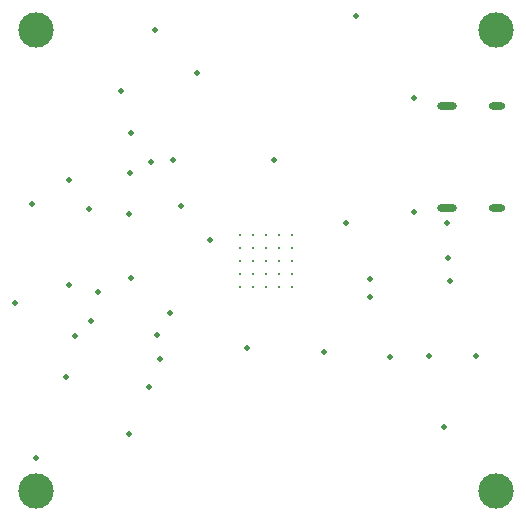
<source format=gbr>
%TF.GenerationSoftware,Altium Limited,Altium Designer,24.6.1 (21)*%
G04 Layer_Color=0*
%FSLAX45Y45*%
%MOMM*%
%TF.SameCoordinates,02EA3464-56A9-4D0A-92B1-D56C91FA6429*%
%TF.FilePolarity,Positive*%
%TF.FileFunction,Plated,1,2,PTH,Drill*%
%TF.Part,Single*%
G01*
G75*
%TA.AperFunction,OtherDrill,Pad Free-MH (42mm,3mm)*%
%ADD84C,3.00000*%
%TA.AperFunction,OtherDrill,Pad Free-MH (3mm,3mm)*%
%ADD85C,3.00000*%
%TA.AperFunction,OtherDrill,Pad Free-MH (42mm,42mm)*%
%ADD86C,3.00000*%
%TA.AperFunction,OtherDrill,Pad Free-MH (3mm,42mm)*%
%ADD87C,3.00000*%
%TA.AperFunction,ComponentDrill*%
%ADD88O,1.40000X0.60000*%
%ADD89O,1.70000X0.60000*%
%TA.AperFunction,ViaDrill,NotFilled*%
%ADD90C,0.50000*%
%ADD91C,0.20000*%
D84*
X4200000Y300000D02*
D03*
D85*
X300000D02*
D03*
D86*
X4200000Y4200000D02*
D03*
D87*
X300000D02*
D03*
D88*
X4204500Y3562000D02*
D03*
Y2698000D02*
D03*
D89*
X3786500Y3562000D02*
D03*
Y2698000D02*
D03*
D90*
X1330000Y1620000D02*
D03*
X130000Y1890000D02*
D03*
X2090000Y1510000D02*
D03*
X630000Y1610000D02*
D03*
X300000Y580000D02*
D03*
X1090000Y2640000D02*
D03*
X1280000Y3085000D02*
D03*
X560000Y1260000D02*
D03*
X580000Y2040000D02*
D03*
X2930000Y2570000D02*
D03*
X3130000Y1940000D02*
D03*
X830000Y1980000D02*
D03*
X1260000Y1180000D02*
D03*
X1090000Y780000D02*
D03*
X1350000Y1420000D02*
D03*
X1440000Y1810000D02*
D03*
X770000Y1740000D02*
D03*
X1780000Y2420000D02*
D03*
X1530000Y2710000D02*
D03*
X1310000Y4200000D02*
D03*
X1110000Y3330000D02*
D03*
X580000Y2930000D02*
D03*
X3780000Y2570000D02*
D03*
X3790000Y2270000D02*
D03*
X3810000Y2080000D02*
D03*
X3760000Y840000D02*
D03*
X3630000Y1440000D02*
D03*
X4030000D02*
D03*
X3500000Y2660000D02*
D03*
Y3630000D02*
D03*
X3010000Y4320000D02*
D03*
X1110000Y2100000D02*
D03*
X270000Y2730000D02*
D03*
X750000Y2690000D02*
D03*
X1100000Y2990000D02*
D03*
X3130000Y2090000D02*
D03*
X2740000Y1480000D02*
D03*
X3300000Y1430000D02*
D03*
X1670000Y3835000D02*
D03*
X1025000Y3685000D02*
D03*
X2320400Y3100000D02*
D03*
X1460000Y3105000D02*
D03*
D91*
X2472700Y2025000D02*
D03*
X2362700D02*
D03*
X2252700D02*
D03*
X2142700D02*
D03*
X2032700D02*
D03*
X2472700Y2135000D02*
D03*
X2362700D02*
D03*
X2252700D02*
D03*
X2142700D02*
D03*
X2032700D02*
D03*
X2472700Y2245000D02*
D03*
X2362700D02*
D03*
X2252700D02*
D03*
X2142700D02*
D03*
X2032700D02*
D03*
X2472700Y2355000D02*
D03*
X2362700D02*
D03*
X2252700D02*
D03*
X2142700D02*
D03*
X2032700D02*
D03*
X2472700Y2465000D02*
D03*
X2362700D02*
D03*
X2252700D02*
D03*
X2142700D02*
D03*
X2032700D02*
D03*
%TF.MD5,46bd688ab8bfaafeb367e7f13a0e3fec*%
M02*

</source>
